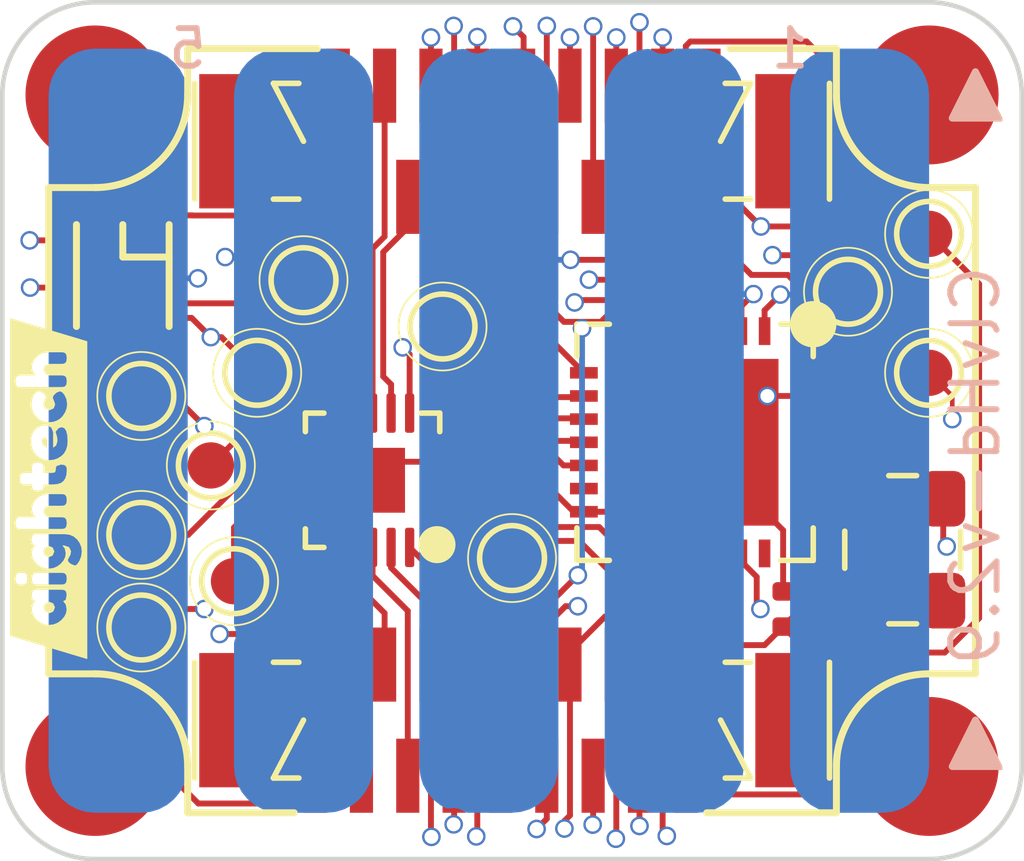
<source format=kicad_pcb>
(kicad_pcb (version 20221018) (generator pcbnew)
  (layers (0 "F.Cu" signal "Front") (1 "In1.Cu" signal) (2 "In2.Cu" signal) (31 "B.Cu" signal "Back") (34 "B.Paste" user) (35 "F.Paste" user) (36 "B.SilkS" user "B.Silkscreen") (37 "F.SilkS" user "F.Silkscreen") (38 "B.Mask" user) (39 "F.Mask" user) (44 "Edge.Cuts" user))
  (net 0 "")
  (net 1 "+3.3V")
  (net 2 "XTAL2")
  (net 3 "XTAL1")
  (net 4 "GND")
  (net 5 "DOUT")
  (net 6 "IN1")
  (net 7 "IN2")
  (net 8 "IN3")
  (net 9 "IN4")
  (net 10 "IN5")
  (net 11 "IN_ref")
  (net 12 "CS")
  (net 13 "SCLK")
  (net 14 "DIN")
  (net 15 "OUT3")
  (net 16 "LED_OUT")
  (net 17 "LED_IN")
  (net 18 "ADD_IN2")
  (net 19 "ADD_IN3")
  (net 20 "ADD_IN4")
  (net 21 "ADD_IN1")
  (net 22 "ADD_OUT1")
  (net 23 "ADD_OUT2")
  (net 24 "ADD_OUT3")
  (net 25 "ADD_OUT4")
  (net 26 "I2C_SCL")
  (net 27 "I2C_SDA")
  (net 28 "AUX1")
  (net 29 "OUT1")
  (net 30 "OUT2")
  (net 31 "/cvref")
  (net 32 "/Vcap")
  (net 33 "/sdo")
  (net 34 "+5VA")
  (net 35 "ALARMB")
  (net 36 "D_RDYB")
  (net 37 "RESETB")
  (net 38 "AUX2")
  (net 39 "Net-(U1-RLDIN)")
  (net 40 "Net-(U1-RLDINV)")
  (net 41 "Net-(U1-RLDOUT)")
  (net 50 "Net-(U1-CMOUT)")
  (footprint "Capacitor_SMD:C_0201_0603Metric" (layer "F.Cu") (at 178.61 82.755)
    (fp_text reference "C4" hide)
    (fp_text value "1nF" hide)
  )
  (footprint "00_Custom:TestPoint_Pad_D1.0mm" (layer "F.Cu") (at 187.38 79.98)
    (fp_text reference "TP11" hide)
    (fp_text value "TP_AUX2" hide)
  )
  (footprint "Capacitor_SMD:C_0201_0603Metric" (layer "F.Cu") (at 177.82 84.73 90)
    (fp_text reference "C7" hide)
    (fp_text value "4.7uF" hide)
  )
  (footprint "00_Custom:TestPoint_Pad_D1.0mm" (layer "F.Cu") (at 171.880001 84.979999)
    (fp_text reference "TP9" hide)
    (fp_text value "TP_SDA" hide)
  )
  (footprint "00_Custom:TestPoint_Pad_D1.0mm" (layer "F.Cu") (at 170.38 86.48)
    (fp_text reference "TP3" hide)
    (fp_text value "TP_SDA" hide)
  )
  (footprint "Capacitor_SMD:C_0201_0603Metric" (layer "F.Cu") (at 178.61 83.505)
    (fp_text reference "R2" hide)
    (fp_text value "10M" hide)
  )
  (footprint "Capacitor_SMD:C_0201_0603Metric" (layer "F.Cu") (at 178.61 82.005)
    (fp_text reference "R1" hide)
    (fp_text value "10K" hide)
  )
  (footprint "00_Custom:TestPoint_Pad_D1.0mm" (layer "F.Cu") (at 178.38 86.98)
    (fp_text reference "TP1" hide)
    (fp_text value "TP_CS" hide)
  )
  (footprint "00_Custom:TestPoint_Pad_D1.0mm" (layer "F.Cu") (at 172.88 82.98)
    (fp_text reference "TP12" hide)
    (fp_text value "TP_AUX2" hide)
  )
  (footprint "00_Custom:TestPoint_Pad_D1.0mm" (layer "F.Cu") (at 185.63 81.23)
    (fp_text reference "TP6" hide)
    (fp_text value "TP_AUX1" hide)
  )
  (footprint "00_Custom:TestPoint_Pad_D1.0mm" (layer "F.Cu") (at 170.38 88.48)
    (fp_text reference "TP10" hide)
    (fp_text value "TP_SDA" hide)
  )
  (footprint "Capacitor_SMD:C_0201_0603Metric" (layer "F.Cu") (at 184.55 88.46)
    (fp_text reference "C2" hide)
    (fp_text value "22pF" hide)
  )
  (footprint "kibuzzard-63F61033" (layer "F.Cu") (at 168.380001 85.48 90)
    (fp_text reference "kibuzzard-63F61033" hide)
    (fp_text value "G***" hide)
  )
  (footprint "00_Custom:insert_1.2mm" (layer "F.Cu") (at 169.38 76.98)
    (fp_text reference "I4" hide)
    (fp_text value "smd_insert" hide)
  )
  (footprint "Capacitor_SMD:C_0201_0603Metric" (layer "F.Cu") (at 186.32 84.61 180)
    (fp_text reference "C1" hide)
    (fp_text value "22pF" hide)
  )
  (footprint "00_Custom:TestPoint_Pad_D1.0mm" (layer "F.Cu") (at 176.88 81.98)
    (fp_text reference "TP5" hide)
    (fp_text value "TP_SCL" hide)
  )
  (footprint "Capacitor_SMD:C_0201_0603Metric" (layer "F.Cu") (at 182.42 87.85 180)
    (fp_text reference "R4" hide)
    (fp_text value "51" hide)
  )
  (footprint "00_Custom:TestPoint_Pad_D1.0mm" (layer "F.Cu") (at 173.88 80.98)
    (fp_text reference "TP4" hide)
    (fp_text value "TP_SDA" hide)
  )
  (footprint "00_custom-footprints:XF2J-1824-12A" (layer "F.Cu") (at 178.38 77.98 180)
    (fp_text reference "J2" hide)
    (fp_text value "XF2J-1824-12A" hide)
  )
  (footprint "00_custom-footprints:XF2J-1824-12A" (layer "F.Cu") (at 178.38 90.48)
    (fp_text reference "J1" hide)
    (fp_text value "XF2J-1824-12A" hide)
  )
  (footprint "00_Custom:TestPoint_Pad_D1.0mm" (layer "F.Cu") (at 172.38 87.48)
    (fp_text reference "TP2" hide)
    (fp_text value "TP_SDA" hide)
  )
  (footprint "00_Custom:insert_1.2mm" (layer "F.Cu") (at 187.38 91.48)
    (fp_text reference "I2" hide)
    (fp_text value "smd_insert" hide)
  )
  (footprint "00_custom-footprints:WS2812-2020" (layer "F.Cu") (at 169.98 80.88 90)
    (fp_text reference "LED1" hide)
    (fp_text value "WS2812-2020" hide)
  )
  (footprint "00_custom-footprints:ADS1293CISQE" (layer "F.Cu") (at 182.33 84.48 -90)
    (fp_text reference "U1" hide)
    (fp_text value "ADS1293CISQE-NOPB" hide)
  )
  (footprint "Capacitor_SMD:C_0201_0603Metric" (layer "F.Cu") (at 186.32 83.85)
    (fp_text reference "C6" hide)
    (fp_text value "1uF" hide)
  )
  (footprint "Capacitor_SMD:C_0201_0603Metric" (layer "F.Cu") (at 185.71 82.73 -90)
    (fp_text reference "C5" hide)
    (fp_text value "100nF" hide)
  )
  (footprint "00_Custom:TestPoint_Pad_D1.0mm" (layer "F.Cu") (at 170.380001 83.48)
    (fp_text reference "TP7" hide)
    (fp_text value "TP_AUX2" hide)
  )
  (footprint "Capacitor_SMD:C_0201_0603Metric" (layer "F.Cu") (at 178.96 84.77 -90)
    (fp_text reference "C3" hide)
    (fp_text value "100nF" hide)
  )
  (footprint "00_Custom:insert_1.2mm" (layer "F.Cu") (at 187.38 76.98)
    (fp_text reference "I3" hide)
    (fp_text value "smd_insert" hide)
  )
  (footprint "00_Custom:TestPoint_Pad_D1.0mm" (layer "F.Cu") (at 187.38 82.98)
    (fp_text reference "TP8" hide)
    (fp_text value "TP_AUX3" hide)
  )
  (footprint "00_Custom:insert_1.2mm" (layer "F.Cu") (at 169.38 91.48)
    (fp_text reference "I1" hide)
    (fp_text value "smd_insert" hide)
  )
  (footprint "Capacitor_SMD:C_0201_0603Metric" (layer "F.Cu") (at 184.55 87.7 180)
    (fp_text reference "C8" hide)
    (fp_text value "100nF" hide)
  )
  (footprint "00_custom-footprints:SMD3225-4P" (layer "F.Cu") (at 186.81 86.8 90)
    (fp_text reference "XTAL1" hide)
    (fp_text value "4.096MHz" hide)
  )
  (footprint "00_custom-footprints:QFN-20-1EP_3x3mm_P0.4mm_EP1.4x1.4mm" (layer "F.Cu") (at 175.37 85.3 180)
    (fp_text reference "U2" hide)
    (fp_text value "HC32L110C6UA" hide)
  )
  (gr_poly (pts (xy 188.880001 91.479999) (xy 187.880001 91.479999) (xy 188.380001 90.479999)) (stroke (width 0.1524)) (fill solid) (layer "B.SilkS"))
  (gr_poly (pts (xy 188.880001 77.479999) (xy 187.880001 77.479999) (xy 188.380001 76.479999)) (stroke (width 0.1524)) (fill solid) (layer "B.SilkS"))
  (gr_line (start 168.380001 88.78) (end 168.38 89.479999) (stroke (width 0.15)) (layer "F.SilkS"))
  (gr_circle (center 187.38 79.98) (end 188.33 79.98) (stroke (width 0.0381)) (fill none) (layer "F.SilkS"))
  (gr_circle (center 172.88 82.98) (end 173.83 82.98) (stroke (width 0.0381)) (fill none) (layer "F.SilkS"))
  (gr_line (start 173.68 92.48) (end 171.38 92.48) (stroke (width 0.15)) (layer "F.SilkS"))
  (gr_line (start 187.38 89.48) (end 188.38 89.480001) (stroke (width 0.15)) (layer "F.SilkS"))
  (gr_circle (center 176.88 81.98) (end 177.83 81.98) (stroke (width 0.0381)) (fill none) (layer "F.SilkS"))
  (gr_circle (center 170.38 88.48) (end 171.33 88.48) (stroke (width 0.0381)) (fill none) (layer "F.SilkS"))
  (gr_line (start 185.379999 76.979999) (end 185.38 75.979999) (stroke (width 0.15)) (layer "F.SilkS"))
  (gr_line (start 169.379999 78.979999) (end 168.379999 78.979998) (stroke (width 0.15)) (layer "F.SilkS"))
  (gr_circle (center 178.38 86.98) (end 179.33 86.98) (stroke (width 0.0381)) (fill none) (layer "F.SilkS"))
  (gr_circle (center 187.38 82.98) (end 188.33 82.98) (stroke (width 0.0381)) (fill none) (layer "F.SilkS"))
  (gr_arc (start 171.379999 76.979999) (mid 170.794213 78.394213) (end 169.379999 78.979999) (stroke (width 0.1524)) (layer "F.SilkS"))
  (gr_line (start 185.38 91.48) (end 185.379999 92.48) (stroke (width 0.15)) (layer "F.SilkS"))
  (gr_arc (start 185.38 91.48) (mid 185.965786 90.065786) (end 187.38 89.48) (stroke (width 0.1524)) (layer "F.SilkS"))
  (gr_circle (center 173.88 80.98) (end 174.83 80.98) (stroke (width 0.0381)) (fill none) (layer "F.SilkS"))
  (gr_line (start 188.379999 78.98) (end 188.38 89.480001) (stroke (width 0.15)) (layer "F.SilkS"))
  (gr_circle (center 170.380001 83.48) (end 171.330001 83.48) (stroke (width 0.0381)) (fill none) (layer "F.SilkS"))
  (gr_circle (center 171.88 84.979999) (end 172.83 84.979999) (stroke (width 0.0381)) (fill none) (layer "F.SilkS"))
  (gr_arc (start 169.38 89.48) (mid 170.794214 90.065786) (end 171.38 91.48) (stroke (width 0.1524)) (layer "F.SilkS"))
  (gr_arc (start 187.379999 78.979999) (mid 185.965785 78.394213) (end 185.379999 76.979999) (stroke (width 0.1524)) (layer "F.SilkS"))
  (gr_line (start 169.38 89.48) (end 168.38 89.479999) (stroke (width 0.15)) (layer "F.SilkS"))
  (gr_circle (center 185.63 81.23) (end 186.58 81.23) (stroke (width 0.0381)) (fill none) (layer "F.SilkS"))
  (gr_circle (center 172.38 87.48) (end 173.33 87.48) (stroke (width 0.0381)) (fill none) (layer "F.SilkS"))
  (gr_line (start 171.38 92.48) (end 171.38 91.48) (stroke (width 0.15)) (layer "F.SilkS"))
  (gr_line (start 171.379999 76.979999) (end 171.38 75.979999) (stroke (width 0.15)) (layer "F.SilkS"))
  (gr_line (start 183.08 75.979999) (end 185.38 75.979999) (stroke (width 0.15)) (layer "F.SilkS"))
  (gr_line (start 187.379999 78.979999) (end 188.379999 78.98) (stroke (width 0.15)) (layer "F.SilkS"))
  (gr_line (start 182.58 92.48) (end 185.379999 92.48) (stroke (width 0.15)) (layer "F.SilkS"))
  (gr_circle (center 170.38 86.48) (end 171.33 86.48) (stroke (width 0.0381)) (fill none) (layer "F.SilkS"))
  (gr_line (start 168.379999 78.979998) (end 168.380001 82.18) (stroke (width 0.15)) (layer "F.SilkS"))
  (gr_line (start 174.18 75.98) (end 171.38 75.979999) (stroke (width 0.15)) (layer "F.SilkS"))
  (gr_arc (start 169.38 93.48) (mid 167.965786 92.894214) (end 167.38 91.48) (stroke (width 0.1)) (layer "Edge.Cuts"))
  (gr_line (start 169.379999 74.979999) (end 187.379999 74.979999) (stroke (width 0.1)) (layer "Edge.Cuts"))
  (gr_arc (start 189.38 91.48) (mid 188.794214 92.894214) (end 187.38 93.48) (stroke (width 0.1)) (layer "Edge.Cuts"))
  (gr_line (start 167.379999 76.979999) (end 167.38 91.48) (stroke (width 0.1)) (layer "Edge.Cuts"))
  (gr_line (start 189.379999 76.979999) (end 189.38 91.48) (stroke (width 0.1)) (layer "Edge.Cuts"))
  (gr_line (start 169.38 93.48) (end 187.38 93.48) (stroke (width 0.1)) (layer "Edge.Cuts"))
  (gr_arc (start 187.379999 74.979999) (mid 188.794213 75.565785) (end 189.379999 76.979999) (stroke (width 0.1)) (layer "Edge.Cuts"))
  (gr_arc (start 167.379999 76.979999) (mid 167.965785 75.565785) (end 169.379999 74.979999) (stroke (width 0.1)) (layer "Edge.Cuts"))
  (gr_text "ClvHd-v2.9" (at 188.380001 84.979999 90) (layer "B.SilkS") (effects (font (size 1 1) (thickness 0.127)) (justify mirror)))
  (gr_text "5" (at 171.38 75.98) (layer "B.SilkS") (effects (font (size 0.8128 0.8128) (thickness 0.127)) (justify mirror)))
  (gr_text "1" (at 184.38 75.98) (layer "B.SilkS") (effects (font (size 0.8128 0.8128) (thickness 0.127)) (justify mirror)))
  (segment (start 184.6465 88.8765) (end 186.7085 88.8765) (width 0.127) (layer "F.Cu") (net 1))
  (segment (start 182.63 89.28) (end 183.05 88.86) (width 0.127) (layer "F.Cu") (net 1))
  (segment (start 187.685 87.9) (end 186.78 86.995) (width 0.127) (layer "F.Cu") (net 1))
  (segment (start 186.78 84.75) (end 186.64 84.61) (width 0.127) (layer "F.Cu") (net 1))
  (segment (start 171.465002 81.795) (end 170.53 81.795) (width 0.127) (layer "F.Cu") (net 1))
  (segment (start 171.880001 82.209999) (end 171.465002 81.795) (width 0.127) (layer "F.Cu") (net 1))
  (segment (start 183.75 79.82) (end 185.64 79.82) (width 0.127) (layer "F.Cu") (net 1))
  (segment (start 185.64 79.82) (end 186.43 80.61) (width 0.127) (layer "F.Cu") (net 1))
  (segment (start 186.7085 88.8765) (end 187.685 87.9) (width 0.127) (layer "F.Cu") (net 1))
  (segment (start 183.75 79.82) (end 182.66 78.73) (width 0.127) (layer "F.Cu") (net 1))
  (segment (start 184.73 87.56) (end 184.87 87.7) (width 0.127) (layer "F.Cu") (net 1))
  (segment (start 186.43 80.61) (end 186.43 83.03) (width 0.127) (layer "F.Cu") (net 1))
  (segment (start 183.05 88.86) (end 183.83 88.86) (width 0.127) (layer "F.Cu") (net 1))
  (segment (start 171.880001 82.209999) (end 172.109999 82.209999) (width 0.127) (layer "F.Cu") (net 1))
  (segment (start 184.73 85.98) (end 184.73 87.56) (width 0.127) (layer "F.Cu") (net 1))
  (segment (start 186.43 83.03) (end 187.12 83.72) (width 0.127) (layer "F.Cu") (net 1))
  (segment (start 172.109999 82.209999) (end 172.88 82.98) (width 0.127) (layer "F.Cu") (net 1))
  (segment (start 183.83 88.86) (end 184.23 88.46) (width 0.127) (layer "F.Cu") (net 1))
  (segment (start 187.12 84.13) (end 186.64 84.61) (width 0.127) (layer "F.Cu") (net 1))
  (segment (start 186.78 86.995) (end 186.78 84.75) (width 0.127) (layer "F.Cu") (net 1))
  (segment (start 184.23 88.46) (end 184.6465 88.8765) (width 0.127) (layer "F.Cu") (net 1))
  (segment (start 187.12 83.72) (end 187.12 84.13) (width 0.127) (layer "F.Cu") (net 1))
  (segment (start 176.02 82.43) (end 176.17 82.58) (width 0.127) (layer "F.Cu") (net 1))
  (segment (start 182.66 76.81) (end 182.629999 76.779999) (width 0.127) (layer "F.Cu") (net 1))
  (segment (start 184.87 87.7) (end 184.87 87.82) (width 0.127) (layer "F.Cu") (net 1))
  (segment (start 184.87 87.82) (end 184.23 88.46) (width 0.127) (layer "F.Cu") (net 1))
  (segment (start 182.66 78.73) (end 182.66 76.81) (width 0.127) (layer "F.Cu") (net 1))
  (segment (start 176.17 82.58) (end 176.17 83.85) (width 0.127) (layer "F.Cu") (net 1))
  (via (at 183.75 79.82) (size 0.4) (drill 0.3) (layers "F.Cu" "B.Cu") (net 1))
  (via (at 176.02 82.43) (size 0.4) (drill 0.3) (layers "F.Cu" "B.Cu") (net 1))
  (via (at 171.880001 82.209999) (size 0.4) (drill 0.3) (layers "F.Cu" "B.Cu") (net 1))
  (segment (start 185.935 85.7) (end 185.214999 84.979999) (width 0.127) (layer "F.Cu") (net 2))
  (segment (start 185.214999 84.979999) (end 184.73 84.979999) (width 0.127) (layer "F.Cu") (net 2))
  (segment (start 186 84.61) (end 186 85.635) (width 0.127) (layer "F.Cu") (net 2))
  (segment (start 186 85.635) (end 185.935 85.7) (width 0.127) (layer "F.Cu") (net 2))
  (segment (start 185.2205 86.4805) (end 185.2205 85.7385) (width 0.127) (layer "F.Cu") (net 3))
  (segment (start 184.962001 85.480001) (end 184.73 85.480001) (width 0.127) (layer "F.Cu") (net 3))
  (segment (start 185.2205 85.7385) (end 184.962001 85.480001) (width 0.127) (layer "F.Cu") (net 3))
  (segment (start 184.87 88.46) (end 185.375 88.46) (width 0.127) (layer "F.Cu") (net 3))
  (segment (start 185.935 87.195) (end 185.2205 86.4805) (width 0.127) (layer "F.Cu") (net 3))
  (segment (start 185.935 87.9) (end 185.935 87.195) (width 0.127) (layer "F.Cu") (net 3))
  (segment (start 185.375 88.46) (end 185.935 87.9) (width 0.127) (layer "F.Cu") (net 3))
  (segment (start 184.23 87.7) (end 184.23 86.38) (width 0.127) (layer "F.Cu") (net 4))
  (segment (start 178.63 89.28) (end 178.63 88.923) (width 0.127) (layer "F.Cu") (net 4))
  (segment (start 184.73 83.479999) (end 185.280001 83.479999) (width 0.127) (layer "F.Cu") (net 4))
  (segment (start 184.73 83.479999) (end 183.889999 83.479999) (width 0.127) (layer "F.Cu") (net 4))
  (segment (start 178.63 88.923) (end 179.533 88.02) (width 0.127) (layer "F.Cu") (net 4))
  (segment (start 167.970001 80.119999) (end 169.275001 80.119999) (width 0.127) (layer "F.Cu") (net 4))
  (segment (start 178.96 85.09) (end 177.86 85.09) (width 0.127) (layer "F.Cu") (net 4))
  (segment (start 178.96 85.23) (end 179.71 85.98) (width 0.127) (layer "F.Cu") (net 4))
  (segment (start 170.780001 88.079999) (end 171.740001 88.079999) (width 0.127) (layer "F.Cu") (net 4))
  (segment (start 176.82 84.9) (end 175.77 84.9) (width 0.127) (layer "F.Cu") (net 4))
  (segment (start 185.280001 83.479999) (end 185.71 83.05) (width 0.127) (layer "F.Cu") (net 4))
  (segment (start 178.63 76.78) (end 178.63 75.729998) (width 0.127) (layer "F.Cu") (net 4))
  (segment (start 177.86 85.09) (end 177.82 85.05) (width 0.127) (layer "F.Cu") (net 4))
  (segment (start 169.275001 80.119999) (end 169.43 79.965) (width 0.127) (layer "F.Cu") (net 4))
  (segment (start 175.77 84.9) (end 175.37 85.3) (width 0.127) (layer "F.Cu") (net 4))
  (segment (start 182.33 84.48) (end 182.889998 84.48) (width 0.127) (layer "F.Cu") (net 4))
  (segment (start 179.93 85.98) (end 180.83 85.98) (width 0.127) (layer "F.Cu") (net 4))
  (segment (start 178.63 75.729998) (end 178.400001 75.499999) (width 0.127) (layer "F.Cu") (net 4))
  (segment (start 178.96 85.09) (end 178.96 85.23) (width 0.127) (layer "F.Cu") (net 4))
  (segment (start 182.889998 84.48) (end 183.889999 83.479999) (width 0.127) (layer "F.Cu") (net 4))
  (segment (start 187.76 86.73) (end 187.685 86.655) (width 0.127) (layer "F.Cu") (net 4))
  (segment (start 180.83 85.98) (end 182.33 84.48) (width 0.127) (layer "F.Cu") (net 4))
  (segment (start 179.71 85.98) (end 179.93 85.98) (width 0.127) (layer "F.Cu") (net 4))
  (segment (start 177.67 84.9) (end 177.82 85.05) (width 0.127) (layer "F.Cu") (net 4))
  (segment (start 185.71 83.05) (end 185.84 83.05) (width 0.127) (layer "F.Cu") (net 4))
  (segment (start 179.533 88.02) (end 179.8 88.02) (width 0.127) (layer "F.Cu") (net 4))
  (segment (start 184.23 86.38) (end 182.33 84.48) (width 0.127) (layer "F.Cu") (net 4))
  (segment (start 185.84 83.05) (end 186.64 83.85) (width 0.127) (layer "F.Cu") (net 4))
  (segment (start 176.82 84.9) (end 177.67 84.9) (width 0.127) (layer "F.Cu") (net 4))
  (segment (start 187.685 86.655) (end 187.685 85.7) (width 0.127) (layer "F.Cu") (net 4))
  (segment (start 181.13 79.18) (end 181.13 75.41) (width 0.127) (layer "F.Cu") (net 4))
  (segment (start 181.13 92.764596) (end 181.13 91.68) (width 0.127) (layer "F.Cu") (net 4))
  (segment (start 170.38 88.48) (end 170.780001 88.079999) (width 0.127) (layer "F.Cu") (net 4))
  (via (at 187.76 86.73) (size 0.4) (drill 0.3) (layers "F.Cu" "B.Cu") (net 4))
  (via (at 179.8 88.02) (size 0.4) (drill 0.3) (layers "F.Cu" "B.Cu") (net 4))
  (via (at 181.13 75.41) (size 0.4) (drill 0.3) (layers "F.Cu" "B.Cu") (net 4))
  (via (at 178.400001 75.499999) (size 0.4) (drill 0.3) (layers "F.Cu" "B.Cu") (net 4))
  (via (at 167.970001 80.119999) (size 0.4) (drill 0.3) (layers "F.Cu" "B.Cu") (net 4))
  (via (at 171.740001 88.079999) (size 0.4) (drill 0.3) (layers "F.Cu" "B.Cu") (net 4))
  (via (at 181.13 92.764596) (size 0.4) (drill 0.3) (layers "F.Cu" "B.Cu") (net 4))
  (via (at 183.889999 83.479999) (size 0.4) (drill 0.3) (layers "F.Cu" "B.Cu") (net 4))
  (segment (start 181.63 76.78) (end 181.63 75.74) (width 0.127) (layer "F.Cu") (net 5))
  (segment (start 181.63 89.28) (end 181.63 88.73) (width 0.127) (layer "F.Cu") (net 5))
  (segment (start 181.63 92.89) (end 181.63 89.28) (width 0.127) (layer "F.Cu") (net 5))
  (segment (start 181.72 92.98) (end 181.63 92.89) (width 0.127) (layer "F.Cu") (net 5))
  (segment (start 181.63 88.73) (end 182.1 88.26) (width 0.127) (layer "F.Cu") (net 5))
  (segment (start 182.1 88.26) (end 182.1 87.85) (width 0.127) (layer "F.Cu") (net 5))
  (via (at 181.72 92.98) (size 0.4) (drill 0.3) (layers "F.Cu" "B.Cu") (net 5))
  (via (at 181.63 75.74) (size 0.4) (drill 0.3) (layers "F.Cu" "B.Cu") (net 5))
  (segment (start 183.83 81.63) (end 183.83 82.08) (width 0.127) (layer "F.Cu") (net 6))
  (segment (start 184.17 81.29) (end 183.83 81.63) (width 0.127) (layer "F.Cu") (net 6))
  (via (at 184.17 81.29) (size 0.4) (drill 0.3) (layers "F.Cu" "B.Cu") (net 6))
  (segment (start 184.17 81.29) (end 184.5 81.29) (width 0.127) (layer "B.Cu") (net 6))
  (segment (start 183.330001 81.539999) (end 183.330001 82.08) (width 0.127) (layer "F.Cu") (net 7))
  (segment (start 183.59 81.28) (end 183.330001 81.539999) (width 0.127) (layer "F.Cu") (net 7))
  (via (at 183.59 81.28) (size 0.4) (drill 0.3) (layers "F.Cu" "B.Cu") (net 7))
  (segment (start 183.59 81.28) (end 183.26 81.28) (width 0.127) (layer "B.Cu") (net 7))
  (segment (start 182.829999 81.799999) (end 182.829999 82.08) (width 0.127) (layer "F.Cu") (net 8))
  (segment (start 179.64 80.54) (end 181.57 80.54) (width 0.127) (layer "F.Cu") (net 8))
  (segment (start 181.57 80.54) (end 182.829999 81.799999) (width 0.127) (layer "F.Cu") (net 8))
  (via (at 179.64 80.54) (size 0.4) (drill 0.3) (layers "F.Cu" "B.Cu") (net 8))
  (segment (start 179.64 80.54) (end 179.22 80.54) (width 0.127) (layer "B.Cu") (net 8))
  (segment (start 181.452001 80.97) (end 182.33 81.847999) (width 0.127) (layer "F.Cu") (net 9))
  (segment (start 182.33 81.847999) (end 182.33 82.08) (width 0.127) (layer "F.Cu") (net 9))
  (segment (start 180.04 80.97) (end 181.452001 80.97) (width 0.127) (layer "F.Cu") (net 9))
  (via (at 172.19 80.48) (size 0.4) (drill 0.3) (layers "F.Cu" "B.Cu") (net 9))
  (via (at 180.04 80.97) (size 0.4) (drill 0.3) (layers "F.Cu" "B.Cu") (net 9))
  (segment (start 172.19 80.48) (end 172.52 80.48) (width 0.127) (layer "B.Cu") (net 9))
  (segment (start 179.7805 81.4095) (end 181.334501 81.4095) (width 0.127) (layer "F.Cu") (net 10))
  (segment (start 181.830001 81.905) (end 181.830001 82.08) (width 0.127) (layer "F.Cu") (net 10))
  (segment (start 181.334501 81.4095) (end 181.830001 81.905) (width 0.127) (layer "F.Cu") (net 10))
  (segment (start 179.73 81.46) (end 179.7805 81.4095) (width 0.127) (layer "F.Cu") (net 10))
  (via (at 179.73 81.46) (size 0.4) (drill 0.3) (layers "F.Cu" "B.Cu") (net 10))
  (via (at 171.6 80.94) (size 0.4) (drill 0.3) (layers "F.Cu" "B.Cu") (net 10))
  (segment (start 171.6 80.94) (end 171.24 80.94) (width 0.127) (layer "B.Cu") (net 10))
  (segment (start 178.613 87.94) (end 178.13 88.423) (width 0.127) (layer "F.Cu") (net 11))
  (segment (start 180.5515 81.6265) (end 180.298 81.88) (width 0.127) (layer "F.Cu") (net 11))
  (segment (start 181.329999 81.905) (end 181.051499 81.6265) (width 0.127) (layer "F.Cu") (net 11))
  (segment (start 179.5 81.88) (end 178.13 80.51) (width 0.127) (layer "F.Cu") (net 11))
  (segment (start 179.93 81.98) (end 179.89 82.02) (width 0.127) (layer "F.Cu") (net 11))
  (segment (start 178.13 80.51) (end 178.13 79.18) (width 0.127) (layer "F.Cu") (net 11))
  (segment (start 179.8 87.35) (end 179.21 87.94) (width 0.127) (layer "F.Cu") (net 11))
  (segment (start 179.93 81.88) (end 179.5 81.88) (width 0.127) (layer "F.Cu") (net 11))
  (segment (start 178.13 88.423) (end 178.13 91.68) (width 0.127) (layer "F.Cu") (net 11))
  (segment (start 181.329999 82.08) (end 181.329999 81.905) (width 0.127) (layer "F.Cu") (net 11))
  (segment (start 181.051499 81.6265) (end 180.5515 81.6265) (width 0.127) (layer "F.Cu") (net 11))
  (segment (start 179.93 81.88) (end 179.93 81.98) (width 0.127) (layer "F.Cu") (net 11))
  (segment (start 180.298 81.88) (end 179.93 81.88) (width 0.127) (layer "F.Cu") (net 11))
  (segment (start 179.21 87.94) (end 178.613 87.94) (width 0.127) (layer "F.Cu") (net 11))
  (via (at 179.8 87.35) (size 0.4) (drill 0.3) (layers "F.Cu" "B.Cu") (net 11))
  (via (at 179.89 82.02) (size 0.4) (drill 0.3) (layers "F.Cu" "B.Cu") (net 11))
  (segment (start 179.89 87.26) (end 179.89 82.02) (width 0.127) (layer "B.Cu") (net 11))
  (segment (start 179.8 87.35) (end 179.89 87.26) (width 0.127) (layer "B.Cu") (net 11))
  (segment (start 178.19 86.61) (end 177.28 85.7) (width 0.127) (layer "F.Cu") (net 12))
  (segment (start 180.5515 87.3335) (end 179.828 86.61) (width 0.127) (layer "F.Cu") (net 12))
  (segment (start 179.828 86.61) (end 178.7 86.61) (width 0.127) (layer "F.Cu") (net 12))
  (segment (start 178.7 86.66) (end 178.7 86.61) (width 0.127) (layer "F.Cu") (net 12))
  (segment (start 178.38 86.98) (end 178.7 86.66) (width 0.127) (layer "F.Cu") (net 12))
  (segment (start 177.28 85.7) (end 176.82 85.7) (width 0.127) (layer "F.Cu") (net 12))
  (segment (start 181.1085 87.3335) (end 180.5515 87.3335) (width 0.127) (layer "F.Cu") (net 12))
  (segment (start 181.329999 86.88) (end 181.329999 87.112001) (width 0.127) (layer "F.Cu") (net 12))
  (segment (start 178.7 86.61) (end 178.19 86.61) (width 0.127) (layer "F.Cu") (net 12))
  (segment (start 181.329999 87.112001) (end 181.1085 87.3335) (width 0.127) (layer "F.Cu") (net 12))
  (segment (start 179.63 76.78) (end 179.63 75.74) (width 0.127) (layer "F.Cu") (net 13))
  (segment (start 179.63 92.537) (end 179.63 89.28) (width 0.127) (layer "F.Cu") (net 13))
  (segment (start 179.51 92.657) (end 179.63 92.537) (width 0.127) (layer "F.Cu") (net 13))
  (segment (start 179.51 92.82) (end 179.51 92.657) (width 0.127) (layer "F.Cu") (net 13))
  (segment (start 180.39 88.24) (end 180.62 88.24) (width 0.127) (layer "F.Cu") (net 13))
  (segment (start 179.63 89) (end 180.39 88.24) (width 0.127) (layer "F.Cu") (net 13))
  (segment (start 179.63 89.28) (end 179.63 89) (width 0.127) (layer "F.Cu") (net 13))
  (segment (start 181.830001 87.029999) (end 181.830001 86.88) (width 0.127) (layer "F.Cu") (net 13))
  (segment (start 180.62 88.24) (end 181.830001 87.029999) (width 0.127) (layer "F.Cu") (net 13))
  (via (at 179.63 75.74) (size 0.4) (drill 0.3) (layers "F.Cu" "B.Cu") (net 13))
  (via (at 179.51 92.82) (size 0.4) (drill 0.3) (layers "F.Cu" "B.Cu") (net 13))
  (segment (start 180.63 93.03) (end 180.63 89.28) (width 0.127) (layer "F.Cu") (net 14))
  (segment (start 180.63 76.78) (end 180.63 75.74) (width 0.127) (layer "F.Cu") (net 14))
  (segment (start 180.63 89.28) (end 180.63 88.73) (width 0.127) (layer "F.Cu") (net 14))
  (segment (start 182.33 87.03) (end 182.33 86.88) (width 0.127) (layer "F.Cu") (net 14))
  (segment (start 180.62 93.04) (end 180.63 93.03) (width 0.127) (layer "F.Cu") (net 14))
  (segment (start 180.63 88.73) (end 182.33 87.03) (width 0.127) (layer "F.Cu") (net 14))
  (via (at 180.63 75.74) (size 0.4) (drill 0.3) (layers "F.Cu" "B.Cu") (net 14))
  (via (at 180.62 93.04) (size 0.4) (drill 0.3) (layers "F.Cu" "B.Cu") (net 14))
  (segment (start 173.92 84.5) (end 172.36 84.5) (width 0.127) (layer "F.Cu") (net 15))
  (segment (start 172.36 84.5) (end 171.880001 84.979999) (width 0.127) (layer "F.Cu") (net 15))
  (segment (start 170.53 79.965) (end 170.915 79.58) (width 0.127) (layer "F.Cu") (net 16))
  (segment (start 171.4765 79.5835) (end 173.7265 79.5835) (width 0.127) (layer "F.Cu") (net 16))
  (segment (start 173.7265 79.5835) (end 174.13 79.18) (width 0.127) (layer "F.Cu") (net 16))
  (segment (start 171.473 79.58) (end 171.4765 79.5835) (width 0.127) (layer "F.Cu") (net 16))
  (segment (start 170.915 79.58) (end 171.473 79.58) (width 0.127) (layer "F.Cu") (net 16))
  (segment (start 169.38 81.795) (end 169.43 81.795) (width 0.127) (layer "F.Cu") (net 17))
  (segment (start 171.24 91.91) (end 171.24 90.89) (width 0.127) (layer "F.Cu") (net 17))
  (segment (start 174.13 91.68) (end 173.53 92.28) (width 0.127) (layer "F.Cu") (net 17))
  (segment (start 171.24 90.89) (end 169.38 89.03) (width 0.127) (layer "F.Cu") (net 17))
  (segment (start 173.53 92.28) (end 171.61 92.28) (width 0.127) (layer "F.Cu") (net 17))
  (segment (start 169.38 89.03) (end 169.38 81.795) (width 0.127) (layer "F.Cu") (net 17))
  (segment (start 171.61 92.28) (end 171.24 91.91) (width 0.127) (layer "F.Cu") (net 17))
  (segment (start 174.57 87.863) (end 174.57 86.75) (width 0.127) (layer "F.Cu") (net 18))
  (segment (start 175.13 88.423) (end 174.57 87.863) (width 0.127) (layer "F.Cu") (net 18))
  (segment (start 175.13 91.68) (end 175.13 88.423) (width 0.127) (layer "F.Cu") (net 18))
  (segment (start 175.63 88.17) (end 174.97 87.51) (width 0.127) (layer "F.Cu") (net 19))
  (segment (start 175.63 89.28) (end 175.63 88.17) (width 0.127) (layer "F.Cu") (net 19))
  (segment (start 174.97 87.51) (end 174.97 86.75) (width 0.127) (layer "F.Cu") (net 19))
  (segment (start 176.13 91.68) (end 176.13 88.12) (width 0.127) (layer "F.Cu") (net 20))
  (segment (start 176.13 88.12) (end 175.37 87.36) (width 0.127) (layer "F.Cu") (net 20))
  (segment (start 175.37 87.36) (end 175.37 86.75) (width 0.127) (layer "F.Cu") (net 20))
  (segment (start 173.92 88.57) (end 173.92 86.1) (width 0.127) (layer "F.Cu") (net 21))
  (segment (start 174.63 89.28) (end 173.92 88.57) (width 0.127) (layer "F.Cu") (net 21))
  (segment (start 174.63 83.79) (end 174.63 76.78) (width 0.127) (layer "F.Cu") (net 22))
  (segment (start 174.57 83.85) (end 174.63 83.79) (width 0.127) (layer "F.Cu") (net 22))
  (segment (start 174.97 79.34) (end 175.13 79.18) (width 0.127) (layer "F.Cu") (net 23))
  (segment (start 174.97 83.85) (end 174.97 79.34) (width 0.127) (layer "F.Cu") (net 23))
  (segment (start 175.37 80.297) (end 175.63 80.037) (width 0.127) (layer "F.Cu") (net 24))
  (segment (start 175.63 80.037) (end 175.63 76.78) (width 0.127) (layer "F.Cu") (net 24))
  (segment (start 175.37 83.85) (end 175.37 80.297) (width 0.127) (layer "F.Cu") (net 24))
  (segment (start 175.77 83.23) (end 175.6 83.06) (width 0.127) (layer "F.Cu") (net 25))
  (segment (start 175.6 83.06) (end 175.6 80.373884) (width 0.127) (layer "F.Cu") (net 25))
  (segment (start 175.77 83.85) (end 175.77 83.23) (width 0.127) (layer "F.Cu") (net 25))
  (segment (start 176.13 79.843884) (end 176.13 79.18) (width 0.127) (layer "F.Cu") (net 25))
  (segment (start 175.6 80.373884) (end 176.13 79.843884) (width 0.127) (layer "F.Cu") (net 25))
  (segment (start 177.13 92.72) (end 177.120001 92.729999) (width 0.127) (layer "F.Cu") (net 26))
  (segment (start 176.88 81.98) (end 176.88 79.43) (width 0.127) (layer "F.Cu") (net 26))
  (segment (start 177.13 91.68) (end 177.13 87.71) (width 0.127) (layer "F.Cu") (net 26))
  (segment (start 177.13 91.68) (end 177.13 92.72) (width 0.127) (layer "F.Cu") (net 26))
  (segment (start 176.88 79.43) (end 177.13 79.18) (width 0.127) (layer "F.Cu") (net 26))
  (segment (start 177.13 79.18) (end 177.13 75.500574) (width 0.127) (layer "F.Cu") (net 26))
  (segment (start 177.13 75.500574) (end 177.119427 75.490001) (width 0.127) (layer "F.Cu") (net 26))
  (segment (start 177.13 87.71) (end 176.17 86.75) (width 0.127) (layer "F.Cu") (net 26))
  (via (at 177.119427 75.490001) (size 0.4) (drill 0.3) (layers "F.Cu" "B.Cu") (net 26))
  (via (at 177.120001 92.729999) (size 0.4) (drill 0.3) (layers "F.Cu" "B.Cu") (net 26))
  (segment (start 175.77 87.19) (end 175.77 86.75) (width 0.127) (layer "F.Cu") (net 27))
  (segment (start 171.140002 81.48) (end 173.38 81.48) (width 0.127) (layer "F.Cu") (net 27))
  (segment (start 176.63 88.05) (end 175.77 87.19) (width 0.127) (layer "F.Cu") (net 27))
  (segment (start 167.980001 81.139999) (end 170.800001 81.139999) (width 0.127) (layer "F.Cu") (net 27))
  (segment (start 176.63 89.28) (end 176.63 88.05) (width 0.127) (layer "F.Cu") (net 27))
  (segment (start 176.63 92.990314) (end 176.63993 93.000244) (width 0.127) (layer "F.Cu") (net 27))
  (segment (start 176.63 76.78) (end 176.63 75.74) (width 0.127) (layer "F.Cu") (net 27))
  (segment (start 176.63 89.28) (end 176.63 92.990314) (width 0.127) (layer "F.Cu") (net 27))
  (segment (start 173.38 81.48) (end 173.88 80.98) (width 0.127) (layer "F.Cu") (net 27))
  (segment (start 170.800001 81.139999) (end 171.140002 81.48) (width 0.127) (layer "F.Cu") (net 27))
  (via (at 176.63 75.74) (size 0.4) (drill 0.3) (layers "F.Cu" "B.Cu") (net 27))
  (via (at 176.63993 93.000244) (size 0.4) (drill 0.3) (layers "F.Cu" "B.Cu") (net 27))
  (via (at 167.980001 81.139999) (size 0.4) (drill 0.3) (layers "F.Cu" "B.Cu") (net 27))
  (segment (start 179.13 92.61) (end 178.91 92.83) (width 0.127) (layer "F.Cu") (net 28))
  (segment (start 184 80.44) (end 184.84 80.44) (width 0.127) (layer "F.Cu") (net 28))
  (segment (start 184.84 80.44) (end 185.63 81.23) (width 0.127) (layer "F.Cu") (net 28))
  (segment (start 179.13 91.68) (end 179.13 92.61) (width 0.127) (layer "F.Cu") (net 28))
  (segment (start 179.13 79.18) (end 179.13 75.49) (width 0.127) (layer "F.Cu") (net 28))
  (via (at 178.91 92.83) (size 0.4) (drill 0.3) (layers "F.Cu" "B.Cu") (net 28))
  (via (at 179.13 75.49) (size 0.4) (drill 0.3) (layers "F.Cu" "B.Cu") (net 28))
  (via (at 184 80.44) (size 0.4) (drill 0.3) (layers "F.Cu" "B.Cu") (net 28))
  (segment (start 172.38 86.32) (end 172.38 87.48) (width 0.127) (layer "F.Cu") (net 29))
  (segment (start 173.92 85.3) (end 173.4 85.3) (width 0.127) (layer "F.Cu") (net 29))
  (segment (start 173.4 85.3) (end 172.38 86.32) (width 0.127) (layer "F.Cu") (net 29))
  (segment (start 173.92 84.9) (end 172.97 84.9) (width 0.127) (layer "F.Cu") (net 30))
  (segment (start 172.97 84.9) (end 171.39 86.48) (width 0.127) (layer "F.Cu") (net 30))
  (segment (start 171.39 86.48) (end 170.38 86.48) (width 0.127) (layer "F.Cu") (net 30))
  (segment (start 185.869999 83.980001) (end 186 83.85) (width 0.127) (layer "F.Cu") (net 31))
  (segment (start 184.73 83.980001) (end 185.869999 83.980001) (width 0.127) (layer "F.Cu") (net 31))
  (segment (start 176.82 84.5) (end 177.73 84.5) (width 0.127) (layer "F.Cu") (net 32))
  (segment (start 177.73 84.5) (end 177.82 84.41) (width 0.127) (layer "F.Cu") (net 32))
  (segment (start 182.829999 87.760001) (end 182.829999 86.88) (width 0.127) (layer "F.Cu") (net 33))
  (segment (start 182.74 87.85) (end 182.829999 87.760001) (width 0.127) (layer "F.Cu") (net 33))
  (segment (start 187.34 89.02) (end 187.717958 89.02) (width 0.127) (layer "F.Cu") (net 34))
  (segment (start 187.717958 89.02) (end 188.46 88.277958) (width 0.127) (layer "F.Cu") (net 34))
  (segment (start 184.331278 80.8665) (end 184.6 81.135222) (width 0.127) (layer "F.Cu") (net 34))
  (segment (start 188.46 88.277958) (end 188.46 81.06) (width 0.127) (layer "F.Cu") (net 34))
  (segment (start 183.5465 80.8665) (end 184.331278 80.8665) (width 0.127) (layer "F.Cu") (net 34))
  (segment (start 184.7365 75.8265) (end 185.32 76.41) (width 0.127) (layer "F.Cu") (net 34))
  (segment (start 185.32 76.41) (end 185.32 77.92) (width 0.127) (layer "F.Cu") (net 34))
  (segment (start 182.13 91.68) (end 182.5335 92.0835) (width 0.127) (layer "F.Cu") (net 34))
  (segment (start 185.53 91.76) (end 185.53 90.83) (width 0.127) (layer "F.Cu") (net 34))
  (segment (start 188.46 81.06) (end 187.38 79.98) (width 0.127) (layer "F.Cu") (net 34))
  (segment (start 182.13 75.923) (end 182.2265 75.8265) (width 0.127) (layer "F.Cu") (net 34))
  (segment (start 185.2065 92.0835) (end 185.53 91.76) (width 0.127) (layer "F.Cu") (net 34))
  (segment (start 184.6 81.135222) (end 184.6 82.85) (width 0.127) (layer "F.Cu") (net 34))
  (segment (start 182.2265 75.8265) (end 184.7365 75.8265) (width 0.127) (layer "F.Cu") (net 34))
  (segment (start 182.13 79.18) (end 182.13 75.923) (width 0.127) (layer "F.Cu") (net 34))
  (segment (start 185.71 82.41) (end 185.3 82.41) (width 0.127) (layer "F.Cu") (net 34))
  (segment (start 185.53 90.83) (end 187.34 89.02) (width 0.127) (layer "F.Cu") (net 34))
  (segment (start 184.6 82.85) (end 184.73 82.98) (width 0.127) (layer "F.Cu") (net 34))
  (segment (start 182.13 79.45) (end 183.5465 80.8665) (width 0.127) (layer "F.Cu") (net 34))
  (segment (start 182.5335 92.0835) (end 185.2065 92.0835) (width 0.127) (layer "F.Cu") (net 34))
  (segment (start 185.3 82.41) (end 184.73 82.98) (width 0.127) (layer "F.Cu") (net 34))
  (segment (start 182.13 79.18) (end 182.13 79.45) (width 0.127) (layer "F.Cu") (net 34))
  (segment (start 185.32 77.92) (end 187.38 79.98) (width 0.127) (layer "F.Cu") (net 34))
  (segment (start 176.82 85.3) (end 177.4 85.3) (width 0.127) (layer "F.Cu") (net 35))
  (segment (start 178.41 86.31) (end 180.26 86.31) (width 0.127) (layer "F.Cu") (net 35))
  (segment (start 177.4 85.3) (end 178.41 86.31) (width 0.127) (layer "F.Cu") (net 35))
  (segment (start 180.26 86.31) (end 180.83 86.88) (width 0.127) (layer "F.Cu") (net 35))
  (segment (start 173.23 87.86) (end 173.23 85.98) (width 0.127) (layer "F.Cu") (net 36))
  (segment (start 173.23 85.98) (end 173.51 85.7) (width 0.127) (layer "F.Cu") (net 36))
  (segment (start 183.330001 86.88) (end 183.330001 87.055) (width 0.127) (layer "F.Cu") (net 36))
  (segment (start 172.47 88.62) (end 173.23 87.86) (width 0.127) (layer "F.Cu") (net 36))
  (segment (start 183.66 87.384999) (end 183.66 88) (width 0.127) (layer "F.Cu") (net 36))
  (segment (start 183.330001 87.055) (end 183.66 87.384999) (width 0.127) (layer "F.Cu") (net 36))
  (segment (start 173.51 85.7) (end 173.92 85.7) (width 0.127) (layer "F.Cu") (net 36))
  (segment (start 183.66 88) (end 183.74 88.08) (width 0.127) (layer "F.Cu") (net 36))
  (segment (start 172.07 88.62) (end 172.47 88.62) (width 0.127) (layer "F.Cu") (net 36))
  (via (at 172.07 88.62) (size 0.4) (drill 0.3) (layers "F.Cu" "B.Cu") (net 36))
  (via (at 183.74 88.08) (size 0.4) (drill 0.3) (layers "F.Cu" "B.Cu") (net 36))
  (segment (start 177.63 89.28) (end 177.63 92.967576) (width 0.127) (layer "F.Cu") (net 37))
  (segment (start 171.090002 83.48) (end 170.380001 83.48) (width 0.127) (layer "F.Cu") (net 37))
  (segment (start 177.63 92.967576) (end 177.607585 92.989991) (width 0.127) (layer "F.Cu") (net 37))
  (segment (start 177.63 89.28) (end 177.63 86.91) (width 0.127) (layer "F.Cu") (net 37))
  (segment (start 177.63 76.78) (end 177.63 75.73) (width 0.127) (layer "F.Cu") (net 37))
  (segment (start 171.740001 84.129999) (end 171.090002 83.48) (width 0.127) (layer "F.Cu") (net 37))
  (segment (start 177.63 86.91) (end 176.82 86.1) (width 0.127) (layer "F.Cu") (net 37))
  (via (at 177.63 75.73) (size 0.4) (drill 0.3) (layers "F.Cu" "B.Cu") (net 37))
  (via (at 171.740001 84.129999) (size 0.4) (drill 0.3) (layers "F.Cu" "B.Cu") (net 37))
  (via (at 177.607585 92.989991) (size 0.4) (drill 0.3) (layers "F.Cu" "B.Cu") (net 37))
  (segment (start 187.88 83.48) (end 187.38 82.98) (width 0.1) (layer "F.Cu") (net 38))
  (segment (start 180.12 92.735222) (end 180.13 92.725222) (width 0.127) (layer "F.Cu") (net 38))
  (segment (start 180.13 79.18) (end 180.13 75.5) (width 0.127) (layer "F.Cu") (net 38))
  (segment (start 187.88 83.98) (end 187.88 83.48) (width 0.1) (layer "F.Cu") (net 38))
  (segment (start 180.13 92.725222) (end 180.13 91.68) (width 0.127) (layer "F.Cu") (net 38))
  (via (at 180.13 75.5) (size 0.4) (drill 0.3) (layers "F.Cu" "B.Cu") (net 38))
  (via (at 180.12 92.735222) (size 0.4) (drill 0.3) (layers "F.Cu" "B.Cu") (net 38))
  (via (at 187.88 83.98) (size 0.4) (drill 0.3) (layers "F.Cu" "B.Cu") (net 38))
  (segment (start 179.93 84.979999) (end 179.489999 84.979999) (width 0.127) (layer "F.Cu") (net 39))
  (segment (start 178.96 84.45) (end 179.9 84.45) (width 0.127) (layer "F.Cu") (net 39))
  (segment (start 179.489999 84.979999) (end 178.96 84.45) (width 0.127) (layer "F.Cu") (net 39))
  (segment (start 179.9 84.45) (end 179.93 84.48) (width 0.127) (layer "F.Cu") (net 39))
  (segment (start 179.93 83.980001) (end 179.912999 83.963) (width 0.127) (layer "F.Cu") (net 40))
  (segment (start 178.29 82.755) (end 178.29 82.005) (width 0.127) (layer "F.Cu") (net 40))
  (segment (start 178.29 83.585) (end 178.29 83.505) (width 0.127) (layer "F.Cu") (net 40))
  (segment (start 179.912999 83.963) (end 178.668 83.963) (width 0.127) (layer "F.Cu") (net 40))
  (segment (start 178.668 83.963) (end 178.29 83.585) (width 0.127) (layer "F.Cu") (net 40))
  (segment (start 178.29 83.505) (end 178.29 82.755) (width 0.127) (layer "F.Cu") (net 40))
  (segment (start 178.93 83.505) (end 178.93 82.755) (width 0.127) (layer "F.Cu") (net 41))
  (segment (start 179.904999 83.505) (end 178.93 83.505) (width 0.127) (layer "F.Cu") (net 41))
  (segment (start 179.93 83.479999) (end 179.904999 83.505) (width 0.127) (layer "F.Cu") (net 41))
  (segment (start 178.955 82.005) (end 179.93 82.98) (width 0.127) (layer "F.Cu") (net 50))
  (segment (start 178.93 82.005) (end 178.955 82.005) (width 0.127) (layer "F.Cu") (net 50))
  (zone (net 10) (net_name "IN5") (layer "B.Cu") (connect_pads yes (clearance 0)) (min_thickness 0.254) (fill yes (thermal_gap 0.508) (thermal_bridge_width 0.508) (smoothing fillet) (radius 1))
    (polygon (pts (xy 171.38 92.48) (xy 168.38 92.48) (xy 168.38 75.98) (xy 171.38 75.98)))
  )
  (zone (net 7) (net_name "IN2") (layer "B.Cu") (connect_pads yes (clearance 0)) (min_thickness 0.254) (fill yes (thermal_gap 0.508) (thermal_bridge_width 0.508) (smoothing fillet) (radius 1))
    (polygon (pts (xy 183.38 92.48) (xy 180.38 92.48) (xy 180.38 75.98) (xy 183.38 75.98)))
  )
  (zone (net 9) (net_name "IN4") (layer "B.Cu") (connect_pads yes (clearance 0)) (min_thickness 0.254) (fill yes (thermal_gap 0.508) (thermal_bridge_width 0.508) (smoothing fillet) (radius 1))
    (polygon (pts (xy 175.38 92.48) (xy 172.38 92.48) (xy 172.38 75.98) (xy 175.38 75.98)))
  )
  (zone (net 6) (net_name "IN1") (layer "B.Cu") (connect_pads yes (clearance 0)) (min_thickness 0.254) (fill yes (thermal_gap 0.508) (thermal_bridge_width 0.508) (smoothing fillet) (radius 1))
    (polygon (pts (xy 187.38 92.48) (xy 184.38 92.48) (xy 184.38 75.98) (xy 187.38 75.98)))
  )
  (zone (net 8) (net_name "IN3") (layer "B.Cu") (connect_pads yes (clearance 0)) (min_thickness 0.254) (fill yes (thermal_gap 0.508) (thermal_bridge_width 0.508) (smoothing fillet) (radius 1))
    (polygon (pts (xy 179.38 92.48) (xy 176.38 92.48) (xy 176.38 75.98) (xy 179.38 75.98)))
  )
)
</source>
